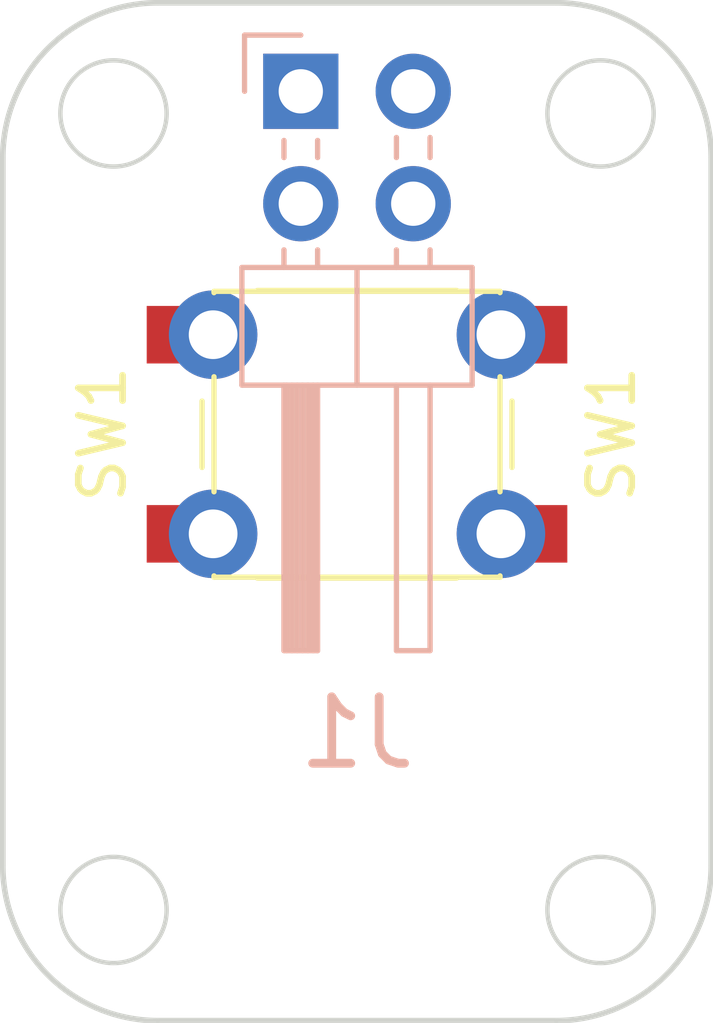
<source format=kicad_pcb>
(kicad_pcb (version 20211014) (generator pcbnew)
  (layers (0 "F.Cu" signal "Front") (31 "B.Cu" signal "Back") (34 "B.Paste" user) (35 "F.Paste" user) (36 "B.SilkS" user "B.Silkscreen") (37 "F.SilkS" user "F.Silkscreen") (38 "B.Mask" user) (39 "F.Mask" user) (44 "Edge.Cuts" user))
  (net 0 "")
  (net 1 "GNDD")
  (footprint "Button_Switch_SMD:SW_Push_1P1T_NO_6x6mm_H9.5mm" (layer "F.Cu") (at 99.06 87.15)
    (fp_text reference "SW1" (at -5.75 0 90) (layer "F.SilkS"))
    (fp_text value "SW_Push_6x6mm_H9.5mm")
    (fp_line (start -3.23 -1.3) (end -3.23 1.3) (layer "F.SilkS") (width 0.12))
    (fp_line (start -3.23 -3.2) (end -3.23 -3.23) (layer "F.SilkS") (width 0.12))
    (fp_line (start -3.23 3.23) (end 3.23 3.23) (layer "F.SilkS") (width 0.12))
    (fp_line (start -3.23 -3.23) (end 3.23 -3.23) (layer "F.SilkS") (width 0.12))
    (fp_line (start 3.23 3.23) (end 3.23 3.2) (layer "F.SilkS") (width 0.12))
    (fp_line (start 3.23 -3.23) (end 3.23 -3.2) (layer "F.SilkS") (width 0.12))
    (fp_line (start 3.23 -1.3) (end 3.23 1.3) (layer "F.SilkS") (width 0.12))
    (fp_line (start -3.23 3.23) (end -3.23 3.2) (layer "F.SilkS") (width 0.12))
    (pad "1" smd rect (at 3.975 -2.25) (size 1.55 1.3) (layers "F.Cu" "F.Paste" "F.Mask"))
    (pad "1" smd rect (at -3.975 -2.25) (size 1.55 1.3) (layers "F.Cu" "F.Paste" "F.Mask"))
    (pad "2" smd rect (at -3.975 2.25) (size 1.55 1.3) (layers "F.Cu" "F.Paste" "F.Mask"))
    (pad "2" smd rect (at 3.975 2.25) (size 1.55 1.3) (layers "F.Cu" "F.Paste" "F.Mask"))
  )
  (footprint "Button_Switch_THT:SW_PUSH_6mm_H8mm" (layer "F.Cu") (at 95.81 84.9)
    (fp_text reference "SW1" (at 9 2.25 90) (layer "F.SilkS"))
    (fp_text value "SW_PUSH_6mm_H8mm")
    (fp_line (start 6.75 3) (end 6.75 1.5) (layer "F.SilkS") (width 0.12))
    (fp_line (start 5.5 -1) (end 1 -1) (layer "F.SilkS") (width 0.12))
    (fp_line (start -0.25 1.5) (end -0.25 3) (layer "F.SilkS") (width 0.12))
    (fp_line (start 1 5.5) (end 5.5 5.5) (layer "F.SilkS") (width 0.12))
    (pad "1" thru_hole circle (at 0 0 90) (size 2 2) (drill 1.1) (layers *.Cu *.Mask))
    (pad "1" thru_hole circle (at 6.5 0 90) (size 2 2) (drill 1.1) (layers *.Cu *.Mask))
    (pad "2" thru_hole circle (at 6.5 4.5 90) (size 2 2) (drill 1.1) (layers *.Cu *.Mask))
    (pad "2" thru_hole circle (at 0 4.5 90) (size 2 2) (drill 1.1) (layers *.Cu *.Mask))
  )
  (footprint "Connector_PinHeader_2.54mm:PinHeader_2x02_P2.54mm_Horizontal" (layer "B.Cu") (at 97.79 79.4 -90)
    (fp_text reference "J1" (at 14.5 -1.27) (layer "B.SilkS") (effects (font (size 1.5 1.5) (thickness 0.2)) (justify mirror)))
    (fp_text value "PinHeader_2x02_P2.54mm_Horizontal")
    (fp_line (start 12.64 -2.92) (end 6.64 -2.92) (layer "B.SilkS") (width 0.12))
    (fp_line (start 6.64 -0.16) (end 12.64 -0.16) (layer "B.SilkS") (width 0.12))
    (fp_line (start 6.64 1.33) (end 3.98 1.33) (layer "B.SilkS") (width 0.12))
    (fp_line (start 3.98 -1.27) (end 6.64 -1.27) (layer "B.SilkS") (width 0.12))
    (fp_line (start 6.64 -2.16) (end 12.64 -2.16) (layer "B.SilkS") (width 0.12))
    (fp_line (start 6.64 0.08) (end 12.64 0.08) (layer "B.SilkS") (width 0.12))
    (fp_line (start 6.64 0.38) (end 12.64 0.38) (layer "B.SilkS") (width 0.12))
    (fp_line (start 6.64 -3.87) (end 6.64 1.33) (layer "B.SilkS") (width 0.12))
    (fp_line (start 12.64 -2.16) (end 12.64 -2.92) (layer "B.SilkS") (width 0.12))
    (fp_line (start 3.98 1.33) (end 3.98 -3.87) (layer "B.SilkS") (width 0.12))
    (fp_line (start 1.11 0.38) (end 1.497071 0.38) (layer "B.SilkS") (width 0.12))
    (fp_line (start 3.582929 -2.16) (end 3.98 -2.16) (layer "B.SilkS") (width 0.12))
    (fp_line (start 6.64 -0.28) (end 12.64 -0.28) (layer "B.SilkS") (width 0.12))
    (fp_line (start 1.042929 -2.16) (end 1.497071 -2.16) (layer "B.SilkS") (width 0.12))
    (fp_line (start 12.64 0.38) (end 12.64 -0.38) (layer "B.SilkS") (width 0.12))
    (fp_line (start 1.11 -0.38) (end 1.497071 -0.38) (layer "B.SilkS") (width 0.12))
    (fp_line (start 1.042929 -2.92) (end 1.497071 -2.92) (layer "B.SilkS") (width 0.12))
    (fp_line (start 3.582929 -2.92) (end 3.98 -2.92) (layer "B.SilkS") (width 0.12))
    (fp_line (start 6.64 0.32) (end 12.64 0.32) (layer "B.SilkS") (width 0.12))
    (fp_line (start 6.64 0.2) (end 12.64 0.2) (layer "B.SilkS") (width 0.12))
    (fp_line (start 3.582929 0.38) (end 3.98 0.38) (layer "B.SilkS") (width 0.12))
    (fp_line (start 3.582929 -0.38) (end 3.98 -0.38) (layer "B.SilkS") (width 0.12))
    (fp_line (start 6.64 -0.04) (end 12.64 -0.04) (layer "B.SilkS") (width 0.12))
    (fp_line (start 12.64 -0.38) (end 6.64 -0.38) (layer "B.SilkS") (width 0.12))
    (fp_line (start -1.27 1.27) (end 0 1.27) (layer "B.SilkS") (width 0.12))
    (fp_line (start -1.27 0) (end -1.27 1.27) (layer "B.SilkS") (width 0.12))
    (fp_line (start 3.98 -3.87) (end 6.64 -3.87) (layer "B.SilkS") (width 0.12))
    (pad "1" thru_hole rect (at 0 0 270) (size 1.7 1.7) (drill 1) (layers *.Cu *.Mask))
    (pad "2" thru_hole oval (at 2.54 0 270) (size 1.7 1.7) (drill 1) (layers *.Cu *.Mask))
    (pad "3" thru_hole oval (at 0 -2.54 270) (size 1.7 1.7) (drill 1) (layers *.Cu *.Mask))
    (pad "4" thru_hole oval (at 2.54 -2.54 270) (size 1.7 1.7) (drill 1) (layers *.Cu *.Mask))
  )
  (gr_arc (start 103.56 77.4) (mid 106.034874 78.425126) (end 107.06 80.9) (layer "Edge.Cuts") (width 0.127))
  (gr_arc (start 107.06 96.9) (mid 106.034874 99.374874) (end 103.56 100.4) (layer "Edge.Cuts") (width 0.127))
  (gr_line (start 91.06 96.9) (end 91.06 80.9) (layer "Edge.Cuts") (width 0.127))
  (gr_line (start 107.06 80.9) (end 107.06 96.9) (layer "Edge.Cuts") (width 0.127))
  (gr_line (start 94.56 77.4) (end 103.56 77.4) (layer "Edge.Cuts") (width 0.127))
  (gr_circle (center 93.56 79.9) (end 94.76 79.9) (layer "Edge.Cuts") (width 0.1) (fill none))
  (gr_arc (start 91.06 80.9) (mid 92.085126 78.425126) (end 94.56 77.4) (layer "Edge.Cuts") (width 0.127))
  (gr_circle (center 104.56 97.9) (end 105.76 97.9) (layer "Edge.Cuts") (width 0.1) (fill none))
  (gr_line (start 103.56 100.4) (end 94.56 100.4) (layer "Edge.Cuts") (width 0.127))
  (gr_circle (center 104.56 79.9) (end 105.76 79.9) (layer "Edge.Cuts") (width 0.1) (fill none))
  (gr_arc (start 94.56 100.4) (mid 92.085126 99.374874) (end 91.06 96.9) (layer "Edge.Cuts") (width 0.127))
  (gr_circle (center 93.56 97.9) (end 94.76 97.9) (layer "Edge.Cuts") (width 0.1) (fill none))
)
</source>
